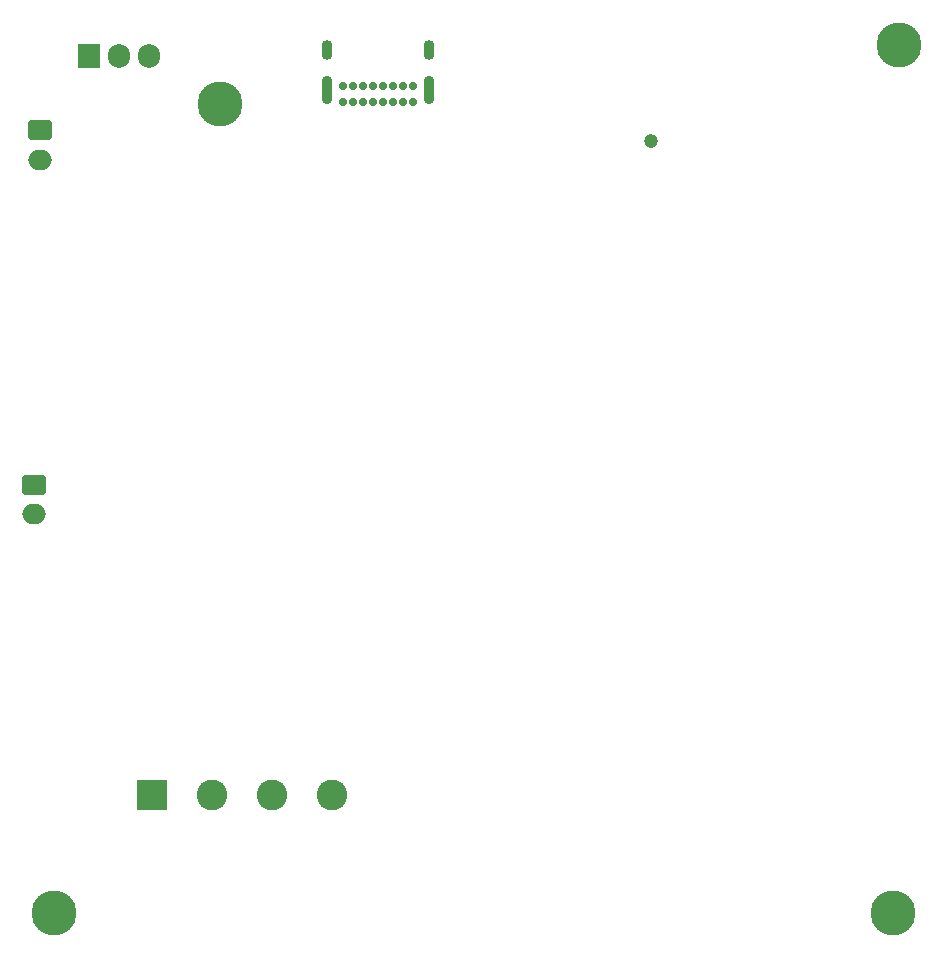
<source format=gbr>
%TF.GenerationSoftware,KiCad,Pcbnew,8.0.4*%
%TF.CreationDate,2024-11-13T20:29:26+01:00*%
%TF.ProjectId,plant,706c616e-742e-46b6-9963-61645f706362,rev?*%
%TF.SameCoordinates,Original*%
%TF.FileFunction,Soldermask,Bot*%
%TF.FilePolarity,Negative*%
%FSLAX46Y46*%
G04 Gerber Fmt 4.6, Leading zero omitted, Abs format (unit mm)*
G04 Created by KiCad (PCBNEW 8.0.4) date 2024-11-13 20:29:26*
%MOMM*%
%LPD*%
G01*
G04 APERTURE LIST*
G04 Aperture macros list*
%AMRoundRect*
0 Rectangle with rounded corners*
0 $1 Rounding radius*
0 $2 $3 $4 $5 $6 $7 $8 $9 X,Y pos of 4 corners*
0 Add a 4 corners polygon primitive as box body*
4,1,4,$2,$3,$4,$5,$6,$7,$8,$9,$2,$3,0*
0 Add four circle primitives for the rounded corners*
1,1,$1+$1,$2,$3*
1,1,$1+$1,$4,$5*
1,1,$1+$1,$6,$7*
1,1,$1+$1,$8,$9*
0 Add four rect primitives between the rounded corners*
20,1,$1+$1,$2,$3,$4,$5,0*
20,1,$1+$1,$4,$5,$6,$7,0*
20,1,$1+$1,$6,$7,$8,$9,0*
20,1,$1+$1,$8,$9,$2,$3,0*%
G04 Aperture macros list end*
%ADD10C,1.193800*%
%ADD11C,3.800000*%
%ADD12RoundRect,0.250000X-0.750000X0.600000X-0.750000X-0.600000X0.750000X-0.600000X0.750000X0.600000X0*%
%ADD13O,2.000000X1.700000*%
%ADD14R,1.905000X2.000000*%
%ADD15O,1.905000X2.000000*%
%ADD16C,0.700000*%
%ADD17O,0.900000X2.400000*%
%ADD18O,0.900000X1.700000*%
%ADD19R,2.600000X2.600000*%
%ADD20C,2.600000*%
G04 APERTURE END LIST*
D10*
%TO.C,U4*%
X104756250Y-36993750D03*
%TD*%
D11*
%TO.C,H3*%
X54206250Y-102293750D03*
%TD*%
%TO.C,H2*%
X125706250Y-28793750D03*
%TD*%
D12*
%TO.C,J3*%
X53006250Y-36043750D03*
D13*
X53006250Y-38543750D03*
%TD*%
D11*
%TO.C,H4*%
X125206250Y-102293750D03*
%TD*%
D12*
%TO.C,J2*%
X52506250Y-66043750D03*
D13*
X52506250Y-68543750D03*
%TD*%
D11*
%TO.C,H1*%
X68206250Y-33793750D03*
%TD*%
D14*
%TO.C,U7*%
X57166250Y-29738750D03*
D15*
X59706250Y-29738750D03*
X62246250Y-29738750D03*
%TD*%
D16*
%TO.C,J1*%
X84556250Y-33643750D03*
X83706250Y-33643750D03*
X82856250Y-33643750D03*
X82006250Y-33643750D03*
X81156250Y-33643750D03*
X80306250Y-33643750D03*
X79456250Y-33643750D03*
X78606250Y-33643750D03*
X78606250Y-32293750D03*
X79456250Y-32293750D03*
X80306250Y-32293750D03*
X81156250Y-32293750D03*
X82006250Y-32293750D03*
X82856250Y-32293750D03*
X83706250Y-32293750D03*
X84556250Y-32293750D03*
D17*
X85906250Y-32663750D03*
D18*
X85906250Y-29283750D03*
D17*
X77256250Y-32663750D03*
D18*
X77256250Y-29283750D03*
%TD*%
D19*
%TO.C,J4*%
X62466250Y-92293750D03*
D20*
X67546250Y-92293750D03*
X72626250Y-92293750D03*
X77706250Y-92293750D03*
%TD*%
M02*

</source>
